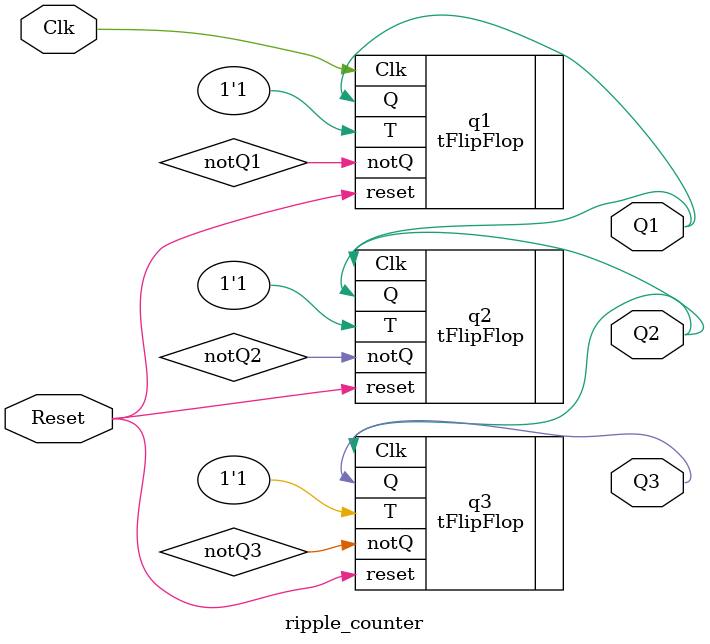
<source format=v>
module ripple_counter(
    input Reset, Clk,
    output Q1, Q2, Q3
    );
    
    wire notQ1, notQ2, notQ3;
    
    tFlipFlop q1(
        .T(1'b1),
        .Clk(Clk),
        .reset(Reset),
        .Q(Q1),
        .notQ(notQ1)
    );
    
    tFlipFlop q2(
        .T(1'b1),
        .Clk(Q1),
        .reset(Reset),
        .Q(Q2),
        .notQ(notQ2)
    );
    
    tFlipFlop q3(
        .T(1'b1),
        .Clk(Q2),
        .reset(Reset),
        .Q(Q3),
        .notQ(notQ3)
    );
    
    
    
endmodule

</source>
